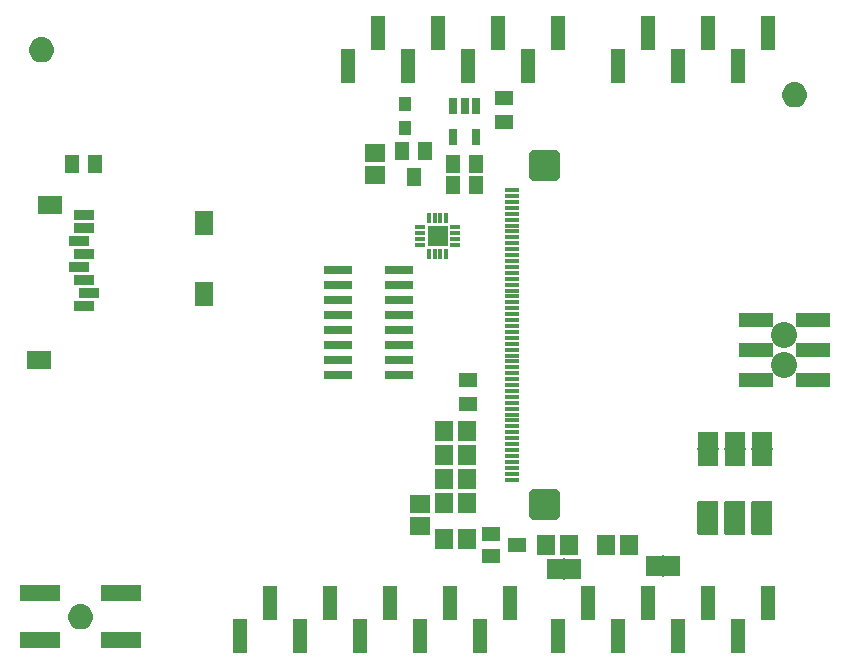
<source format=gbr>
G04 EAGLE Gerber RS-274X export*
G75*
%MOMM*%
%FSLAX34Y34*%
%LPD*%
%INSoldermask Top*%
%IPPOS*%
%AMOC8*
5,1,8,0,0,1.08239X$1,22.5*%
G01*
%ADD10R,2.103200X1.603200*%
%ADD11R,1.603200X2.003200*%
%ADD12R,1.703200X0.903200*%
%ADD13R,1.503200X1.703200*%
%ADD14R,1.603200X1.203200*%
%ADD15R,0.753200X1.403200*%
%ADD16R,1.303200X1.603200*%
%ADD17R,1.603200X1.303200*%
%ADD18R,1.371600X1.803400*%
%ADD19R,0.152400X1.828800*%
%ADD20R,1.203200X1.603200*%
%ADD21R,1.219200X2.997200*%
%ADD22R,2.997200X1.219200*%
%ADD23C,2.203200*%
%ADD24C,0.806991*%
%ADD25R,1.300000X0.300000*%
%ADD26R,1.703200X1.503200*%
%ADD27R,1.003200X1.203200*%
%ADD28R,1.703200X1.703200*%
%ADD29R,0.350000X0.880000*%
%ADD30R,0.880000X0.350000*%
%ADD31R,2.403200X0.803200*%
%ADD32R,1.803400X1.371600*%
%ADD33R,1.828800X0.152400*%
%ADD34R,0.406400X0.838200*%
%ADD35R,3.403200X1.403200*%

G36*
X597018Y102886D02*
X597018Y102886D01*
X597137Y102893D01*
X597175Y102906D01*
X597216Y102911D01*
X597326Y102954D01*
X597439Y102991D01*
X597474Y103013D01*
X597511Y103028D01*
X597607Y103098D01*
X597708Y103161D01*
X597736Y103191D01*
X597769Y103214D01*
X597845Y103306D01*
X597926Y103393D01*
X597946Y103428D01*
X597971Y103459D01*
X598022Y103567D01*
X598080Y103671D01*
X598090Y103711D01*
X598107Y103747D01*
X598129Y103864D01*
X598159Y103979D01*
X598163Y104040D01*
X598167Y104060D01*
X598165Y104080D01*
X598169Y104140D01*
X598169Y129540D01*
X598154Y129658D01*
X598147Y129777D01*
X598134Y129815D01*
X598129Y129856D01*
X598086Y129966D01*
X598049Y130079D01*
X598027Y130114D01*
X598012Y130151D01*
X597943Y130247D01*
X597879Y130348D01*
X597849Y130376D01*
X597826Y130409D01*
X597734Y130485D01*
X597647Y130566D01*
X597612Y130586D01*
X597581Y130611D01*
X597473Y130662D01*
X597369Y130720D01*
X597329Y130730D01*
X597293Y130747D01*
X597176Y130769D01*
X597061Y130799D01*
X597001Y130803D01*
X596981Y130807D01*
X596960Y130805D01*
X596900Y130809D01*
X581660Y130809D01*
X581542Y130794D01*
X581423Y130787D01*
X581385Y130774D01*
X581344Y130769D01*
X581234Y130726D01*
X581121Y130689D01*
X581086Y130667D01*
X581049Y130652D01*
X580953Y130583D01*
X580852Y130519D01*
X580824Y130489D01*
X580791Y130466D01*
X580716Y130374D01*
X580634Y130287D01*
X580614Y130252D01*
X580589Y130221D01*
X580538Y130113D01*
X580480Y130009D01*
X580470Y129969D01*
X580453Y129933D01*
X580431Y129816D01*
X580401Y129701D01*
X580397Y129641D01*
X580393Y129621D01*
X580394Y129609D01*
X580393Y129606D01*
X580394Y129593D01*
X580391Y129540D01*
X580391Y104140D01*
X580406Y104022D01*
X580413Y103903D01*
X580426Y103865D01*
X580431Y103824D01*
X580474Y103714D01*
X580511Y103601D01*
X580533Y103566D01*
X580548Y103529D01*
X580618Y103433D01*
X580681Y103332D01*
X580711Y103304D01*
X580734Y103271D01*
X580826Y103196D01*
X580913Y103114D01*
X580948Y103094D01*
X580979Y103069D01*
X581087Y103018D01*
X581191Y102960D01*
X581231Y102950D01*
X581267Y102933D01*
X581384Y102911D01*
X581499Y102881D01*
X581560Y102877D01*
X581580Y102873D01*
X581600Y102875D01*
X581660Y102871D01*
X596900Y102871D01*
X597018Y102886D01*
G37*
G36*
X619878Y102886D02*
X619878Y102886D01*
X619997Y102893D01*
X620035Y102906D01*
X620076Y102911D01*
X620186Y102954D01*
X620299Y102991D01*
X620334Y103013D01*
X620371Y103028D01*
X620467Y103098D01*
X620568Y103161D01*
X620596Y103191D01*
X620629Y103214D01*
X620705Y103306D01*
X620786Y103393D01*
X620806Y103428D01*
X620831Y103459D01*
X620882Y103567D01*
X620940Y103671D01*
X620950Y103711D01*
X620967Y103747D01*
X620989Y103864D01*
X621019Y103979D01*
X621023Y104040D01*
X621027Y104060D01*
X621025Y104080D01*
X621029Y104140D01*
X621029Y129540D01*
X621014Y129658D01*
X621007Y129777D01*
X620994Y129815D01*
X620989Y129856D01*
X620946Y129966D01*
X620909Y130079D01*
X620887Y130114D01*
X620872Y130151D01*
X620803Y130247D01*
X620739Y130348D01*
X620709Y130376D01*
X620686Y130409D01*
X620594Y130485D01*
X620507Y130566D01*
X620472Y130586D01*
X620441Y130611D01*
X620333Y130662D01*
X620229Y130720D01*
X620189Y130730D01*
X620153Y130747D01*
X620036Y130769D01*
X619921Y130799D01*
X619861Y130803D01*
X619841Y130807D01*
X619820Y130805D01*
X619760Y130809D01*
X604520Y130809D01*
X604402Y130794D01*
X604283Y130787D01*
X604245Y130774D01*
X604204Y130769D01*
X604094Y130726D01*
X603981Y130689D01*
X603946Y130667D01*
X603909Y130652D01*
X603813Y130583D01*
X603712Y130519D01*
X603684Y130489D01*
X603651Y130466D01*
X603576Y130374D01*
X603494Y130287D01*
X603474Y130252D01*
X603449Y130221D01*
X603398Y130113D01*
X603340Y130009D01*
X603330Y129969D01*
X603313Y129933D01*
X603291Y129816D01*
X603261Y129701D01*
X603257Y129641D01*
X603253Y129621D01*
X603254Y129609D01*
X603253Y129606D01*
X603254Y129593D01*
X603251Y129540D01*
X603251Y104140D01*
X603266Y104022D01*
X603273Y103903D01*
X603286Y103865D01*
X603291Y103824D01*
X603334Y103714D01*
X603371Y103601D01*
X603393Y103566D01*
X603408Y103529D01*
X603478Y103433D01*
X603541Y103332D01*
X603571Y103304D01*
X603594Y103271D01*
X603686Y103196D01*
X603773Y103114D01*
X603808Y103094D01*
X603839Y103069D01*
X603947Y103018D01*
X604051Y102960D01*
X604091Y102950D01*
X604127Y102933D01*
X604244Y102911D01*
X604359Y102881D01*
X604420Y102877D01*
X604440Y102873D01*
X604460Y102875D01*
X604520Y102871D01*
X619760Y102871D01*
X619878Y102886D01*
G37*
G36*
X642738Y102886D02*
X642738Y102886D01*
X642857Y102893D01*
X642895Y102906D01*
X642936Y102911D01*
X643046Y102954D01*
X643159Y102991D01*
X643194Y103013D01*
X643231Y103028D01*
X643327Y103098D01*
X643428Y103161D01*
X643456Y103191D01*
X643489Y103214D01*
X643565Y103306D01*
X643646Y103393D01*
X643666Y103428D01*
X643691Y103459D01*
X643742Y103567D01*
X643800Y103671D01*
X643810Y103711D01*
X643827Y103747D01*
X643849Y103864D01*
X643879Y103979D01*
X643883Y104040D01*
X643887Y104060D01*
X643885Y104080D01*
X643889Y104140D01*
X643889Y129540D01*
X643874Y129658D01*
X643867Y129777D01*
X643854Y129815D01*
X643849Y129856D01*
X643806Y129966D01*
X643769Y130079D01*
X643747Y130114D01*
X643732Y130151D01*
X643663Y130247D01*
X643599Y130348D01*
X643569Y130376D01*
X643546Y130409D01*
X643454Y130485D01*
X643367Y130566D01*
X643332Y130586D01*
X643301Y130611D01*
X643193Y130662D01*
X643089Y130720D01*
X643049Y130730D01*
X643013Y130747D01*
X642896Y130769D01*
X642781Y130799D01*
X642721Y130803D01*
X642701Y130807D01*
X642680Y130805D01*
X642620Y130809D01*
X627380Y130809D01*
X627262Y130794D01*
X627143Y130787D01*
X627105Y130774D01*
X627064Y130769D01*
X626954Y130726D01*
X626841Y130689D01*
X626806Y130667D01*
X626769Y130652D01*
X626673Y130583D01*
X626572Y130519D01*
X626544Y130489D01*
X626511Y130466D01*
X626436Y130374D01*
X626354Y130287D01*
X626334Y130252D01*
X626309Y130221D01*
X626258Y130113D01*
X626200Y130009D01*
X626190Y129969D01*
X626173Y129933D01*
X626151Y129816D01*
X626121Y129701D01*
X626117Y129641D01*
X626113Y129621D01*
X626114Y129609D01*
X626113Y129606D01*
X626114Y129593D01*
X626111Y129540D01*
X626111Y104140D01*
X626126Y104022D01*
X626133Y103903D01*
X626146Y103865D01*
X626151Y103824D01*
X626194Y103714D01*
X626231Y103601D01*
X626253Y103566D01*
X626268Y103529D01*
X626338Y103433D01*
X626401Y103332D01*
X626431Y103304D01*
X626454Y103271D01*
X626546Y103196D01*
X626633Y103114D01*
X626668Y103094D01*
X626699Y103069D01*
X626807Y103018D01*
X626911Y102960D01*
X626951Y102950D01*
X626987Y102933D01*
X627104Y102911D01*
X627219Y102881D01*
X627280Y102877D01*
X627300Y102873D01*
X627320Y102875D01*
X627380Y102871D01*
X642620Y102871D01*
X642738Y102886D01*
G37*
G36*
X27192Y502600D02*
X27192Y502600D01*
X27235Y502612D01*
X27301Y502619D01*
X28984Y503070D01*
X29025Y503089D01*
X29088Y503108D01*
X30668Y503845D01*
X30705Y503871D01*
X30764Y503900D01*
X32192Y504900D01*
X32223Y504932D01*
X32276Y504971D01*
X33509Y506204D01*
X33534Y506240D01*
X33580Y506288D01*
X34580Y507716D01*
X34598Y507757D01*
X34635Y507812D01*
X35372Y509392D01*
X35383Y509435D01*
X35410Y509496D01*
X35861Y511179D01*
X35863Y511211D01*
X35870Y511232D01*
X35870Y511247D01*
X35880Y511288D01*
X36032Y513025D01*
X36028Y513069D01*
X36032Y513135D01*
X35880Y514872D01*
X35868Y514915D01*
X35861Y514981D01*
X35410Y516664D01*
X35391Y516705D01*
X35372Y516768D01*
X34635Y518348D01*
X34609Y518385D01*
X34580Y518444D01*
X33580Y519872D01*
X33548Y519903D01*
X33509Y519956D01*
X32276Y521189D01*
X32240Y521214D01*
X32192Y521260D01*
X30764Y522260D01*
X30723Y522278D01*
X30668Y522315D01*
X29088Y523052D01*
X29045Y523063D01*
X28984Y523090D01*
X27301Y523541D01*
X27256Y523544D01*
X27192Y523560D01*
X25455Y523712D01*
X25411Y523708D01*
X25345Y523712D01*
X23608Y523560D01*
X23565Y523548D01*
X23499Y523541D01*
X21816Y523090D01*
X21775Y523071D01*
X21712Y523052D01*
X20132Y522315D01*
X20095Y522289D01*
X20036Y522260D01*
X18608Y521260D01*
X18577Y521228D01*
X18524Y521189D01*
X17291Y519956D01*
X17266Y519920D01*
X17220Y519872D01*
X16220Y518444D01*
X16202Y518403D01*
X16165Y518348D01*
X15428Y516768D01*
X15417Y516725D01*
X15390Y516664D01*
X14939Y514981D01*
X14936Y514936D01*
X14920Y514872D01*
X14768Y513135D01*
X14772Y513091D01*
X14768Y513025D01*
X14920Y511288D01*
X14932Y511245D01*
X14936Y511211D01*
X14936Y511195D01*
X14938Y511190D01*
X14939Y511179D01*
X15390Y509496D01*
X15409Y509455D01*
X15428Y509392D01*
X16165Y507812D01*
X16191Y507775D01*
X16220Y507716D01*
X17220Y506288D01*
X17252Y506257D01*
X17291Y506204D01*
X18524Y504971D01*
X18560Y504946D01*
X18608Y504900D01*
X20036Y503900D01*
X20077Y503882D01*
X20132Y503845D01*
X21712Y503108D01*
X21755Y503097D01*
X21816Y503070D01*
X23499Y502619D01*
X23544Y502616D01*
X23608Y502600D01*
X25345Y502448D01*
X25389Y502452D01*
X25455Y502448D01*
X27192Y502600D01*
G37*
G36*
X664732Y464500D02*
X664732Y464500D01*
X664775Y464512D01*
X664841Y464519D01*
X666524Y464970D01*
X666565Y464989D01*
X666628Y465008D01*
X668208Y465745D01*
X668245Y465771D01*
X668304Y465800D01*
X669732Y466800D01*
X669763Y466832D01*
X669816Y466871D01*
X671049Y468104D01*
X671074Y468140D01*
X671120Y468188D01*
X672120Y469616D01*
X672138Y469657D01*
X672175Y469712D01*
X672912Y471292D01*
X672923Y471335D01*
X672950Y471396D01*
X673401Y473079D01*
X673403Y473111D01*
X673410Y473132D01*
X673410Y473147D01*
X673420Y473188D01*
X673572Y474925D01*
X673568Y474969D01*
X673572Y475035D01*
X673420Y476772D01*
X673408Y476815D01*
X673401Y476881D01*
X672950Y478564D01*
X672931Y478605D01*
X672912Y478668D01*
X672175Y480248D01*
X672149Y480285D01*
X672120Y480344D01*
X671120Y481772D01*
X671088Y481803D01*
X671049Y481856D01*
X669816Y483089D01*
X669780Y483114D01*
X669732Y483160D01*
X668304Y484160D01*
X668263Y484178D01*
X668208Y484215D01*
X666628Y484952D01*
X666585Y484963D01*
X666524Y484990D01*
X664841Y485441D01*
X664796Y485444D01*
X664732Y485460D01*
X662995Y485612D01*
X662951Y485608D01*
X662885Y485612D01*
X661148Y485460D01*
X661105Y485448D01*
X661039Y485441D01*
X659356Y484990D01*
X659315Y484971D01*
X659252Y484952D01*
X657672Y484215D01*
X657635Y484189D01*
X657576Y484160D01*
X656148Y483160D01*
X656117Y483128D01*
X656064Y483089D01*
X654831Y481856D01*
X654806Y481820D01*
X654760Y481772D01*
X653760Y480344D01*
X653742Y480303D01*
X653705Y480248D01*
X652968Y478668D01*
X652957Y478625D01*
X652930Y478564D01*
X652479Y476881D01*
X652476Y476836D01*
X652460Y476772D01*
X652308Y475035D01*
X652312Y474991D01*
X652308Y474925D01*
X652460Y473188D01*
X652472Y473145D01*
X652476Y473111D01*
X652476Y473095D01*
X652478Y473090D01*
X652479Y473079D01*
X652930Y471396D01*
X652949Y471355D01*
X652968Y471292D01*
X653705Y469712D01*
X653731Y469675D01*
X653760Y469616D01*
X654760Y468188D01*
X654792Y468157D01*
X654831Y468104D01*
X656064Y466871D01*
X656100Y466846D01*
X656148Y466800D01*
X657576Y465800D01*
X657617Y465782D01*
X657672Y465745D01*
X659252Y465008D01*
X659295Y464997D01*
X659356Y464970D01*
X661039Y464519D01*
X661084Y464516D01*
X661148Y464500D01*
X662885Y464348D01*
X662929Y464352D01*
X662995Y464348D01*
X664732Y464500D01*
G37*
G36*
X60212Y22540D02*
X60212Y22540D01*
X60255Y22552D01*
X60321Y22559D01*
X62004Y23010D01*
X62045Y23029D01*
X62108Y23048D01*
X63688Y23785D01*
X63725Y23811D01*
X63784Y23840D01*
X65212Y24840D01*
X65243Y24872D01*
X65296Y24911D01*
X66529Y26144D01*
X66554Y26180D01*
X66600Y26228D01*
X67600Y27656D01*
X67618Y27697D01*
X67655Y27752D01*
X68392Y29332D01*
X68403Y29375D01*
X68430Y29436D01*
X68881Y31119D01*
X68883Y31151D01*
X68890Y31172D01*
X68890Y31187D01*
X68900Y31228D01*
X69052Y32965D01*
X69048Y33009D01*
X69052Y33075D01*
X68900Y34812D01*
X68888Y34855D01*
X68881Y34921D01*
X68430Y36604D01*
X68411Y36645D01*
X68392Y36708D01*
X67655Y38288D01*
X67629Y38325D01*
X67600Y38384D01*
X66600Y39812D01*
X66568Y39843D01*
X66529Y39896D01*
X65296Y41129D01*
X65260Y41154D01*
X65212Y41200D01*
X63784Y42200D01*
X63743Y42218D01*
X63688Y42255D01*
X62108Y42992D01*
X62065Y43003D01*
X62004Y43030D01*
X60321Y43481D01*
X60276Y43484D01*
X60212Y43500D01*
X58475Y43652D01*
X58431Y43648D01*
X58365Y43652D01*
X56628Y43500D01*
X56585Y43488D01*
X56519Y43481D01*
X54836Y43030D01*
X54795Y43011D01*
X54732Y42992D01*
X53152Y42255D01*
X53115Y42229D01*
X53056Y42200D01*
X51628Y41200D01*
X51597Y41168D01*
X51544Y41129D01*
X50311Y39896D01*
X50286Y39860D01*
X50240Y39812D01*
X49240Y38384D01*
X49222Y38343D01*
X49185Y38288D01*
X48448Y36708D01*
X48437Y36665D01*
X48410Y36604D01*
X47959Y34921D01*
X47956Y34876D01*
X47940Y34812D01*
X47788Y33075D01*
X47792Y33031D01*
X47788Y32965D01*
X47940Y31228D01*
X47952Y31185D01*
X47956Y31151D01*
X47956Y31135D01*
X47958Y31130D01*
X47959Y31119D01*
X48410Y29436D01*
X48429Y29395D01*
X48448Y29332D01*
X49185Y27752D01*
X49211Y27715D01*
X49240Y27656D01*
X50240Y26228D01*
X50272Y26197D01*
X50311Y26144D01*
X51544Y24911D01*
X51580Y24886D01*
X51628Y24840D01*
X53056Y23840D01*
X53097Y23822D01*
X53152Y23785D01*
X54732Y23048D01*
X54775Y23037D01*
X54836Y23010D01*
X56519Y22559D01*
X56564Y22556D01*
X56628Y22540D01*
X58365Y22388D01*
X58409Y22392D01*
X58475Y22388D01*
X60212Y22540D01*
G37*
D10*
X32240Y382080D03*
X23240Y250080D03*
D11*
X163240Y366080D03*
X163240Y306080D03*
D12*
X61240Y373080D03*
X61240Y362080D03*
X57240Y351080D03*
X61240Y340080D03*
X57240Y329080D03*
X61240Y318080D03*
X65240Y307080D03*
X61240Y296080D03*
D13*
X366420Y129540D03*
X385420Y129540D03*
X366420Y149860D03*
X385420Y149860D03*
X366420Y170180D03*
X385420Y170180D03*
X366420Y190500D03*
X385420Y190500D03*
D14*
X427560Y93980D03*
X405560Y84480D03*
X405560Y103480D03*
D13*
X366420Y99060D03*
X385420Y99060D03*
D15*
X393040Y465120D03*
X383540Y465120D03*
X374040Y465120D03*
X374040Y439120D03*
X393040Y439120D03*
D16*
X393540Y398780D03*
X373540Y398780D03*
D17*
X386080Y233520D03*
X386080Y213520D03*
D16*
X50960Y416560D03*
X70960Y416560D03*
X393540Y416560D03*
X373540Y416560D03*
D17*
X416560Y472280D03*
X416560Y452280D03*
D18*
X543560Y76200D03*
X558800Y76200D03*
D19*
X551180Y76200D03*
D20*
X340360Y405560D03*
X330860Y427560D03*
X349860Y427560D03*
D21*
X640080Y44450D03*
X614680Y16510D03*
X589280Y44450D03*
X563880Y16510D03*
X538480Y44450D03*
X513080Y16510D03*
X487680Y44450D03*
X462280Y16510D03*
X421640Y44450D03*
X396240Y16510D03*
X370840Y44450D03*
X345440Y16510D03*
X320040Y44450D03*
X294640Y16510D03*
X269240Y44450D03*
X243840Y16510D03*
X218440Y44450D03*
X193040Y16510D03*
X462280Y527050D03*
X436880Y499110D03*
X411480Y527050D03*
X386080Y499110D03*
X360680Y527050D03*
X335280Y499110D03*
X309880Y527050D03*
X284480Y499110D03*
X640080Y527050D03*
X614680Y499110D03*
X589280Y527050D03*
X563880Y499110D03*
X538480Y527050D03*
X513080Y499110D03*
D22*
X629920Y233680D03*
X629920Y259080D03*
X629920Y284480D03*
X678180Y284480D03*
X678180Y259080D03*
X678180Y233680D03*
D23*
X654050Y246380D03*
X654050Y271780D03*
D24*
X459921Y137261D02*
X459921Y119299D01*
X441959Y119299D01*
X441959Y137261D01*
X459921Y137261D01*
X459921Y126965D02*
X441959Y126965D01*
X441959Y134631D02*
X459921Y134631D01*
X459921Y406299D02*
X459921Y424261D01*
X459921Y406299D02*
X441959Y406299D01*
X441959Y424261D01*
X459921Y424261D01*
X459921Y413965D02*
X441959Y413965D01*
X441959Y421631D02*
X459921Y421631D01*
D25*
X424040Y394280D03*
X424040Y389280D03*
X424040Y384280D03*
X424040Y374280D03*
X424040Y379280D03*
X424040Y369280D03*
X424040Y364280D03*
X424040Y359280D03*
X424040Y354280D03*
X424040Y344280D03*
X424040Y349280D03*
X424040Y339280D03*
X424040Y334280D03*
X424040Y329280D03*
X424040Y324280D03*
X424040Y314280D03*
X424040Y319280D03*
X424040Y309280D03*
X424040Y304280D03*
X424040Y299280D03*
X424040Y294280D03*
X424040Y284280D03*
X424040Y289280D03*
X424040Y279280D03*
X424040Y274280D03*
X424040Y269280D03*
X424040Y264280D03*
X424040Y254280D03*
X424040Y259280D03*
X424040Y249280D03*
X424040Y244280D03*
X424040Y239280D03*
X424040Y234280D03*
X424040Y224280D03*
X424040Y229280D03*
X424040Y219280D03*
X424040Y214280D03*
X424040Y209280D03*
X424040Y204280D03*
X424040Y194280D03*
X424040Y199280D03*
X424040Y189280D03*
X424040Y184280D03*
X424040Y179280D03*
X424040Y174280D03*
X424040Y164280D03*
X424040Y169280D03*
X424040Y159280D03*
X424040Y154280D03*
X424040Y149280D03*
D26*
X307340Y426060D03*
X307340Y407060D03*
D27*
X332740Y447200D03*
X332740Y467200D03*
D28*
X360680Y355600D03*
D29*
X368180Y370600D03*
X363180Y370600D03*
X358180Y370600D03*
X353180Y370600D03*
D30*
X345680Y363100D03*
X345680Y358100D03*
X345680Y353100D03*
X345680Y348100D03*
D29*
X353180Y340600D03*
X358180Y340600D03*
X363180Y340600D03*
X368180Y340600D03*
D30*
X375680Y348100D03*
X375680Y353100D03*
X375680Y358100D03*
X375680Y363100D03*
D13*
X452780Y93980D03*
X471780Y93980D03*
X522580Y93980D03*
X503580Y93980D03*
D31*
X276260Y313690D03*
X328260Y288290D03*
X276260Y326390D03*
X276260Y300990D03*
X276260Y288290D03*
X328260Y300990D03*
X328260Y275590D03*
X328260Y262890D03*
X276260Y262890D03*
X328260Y237490D03*
X276260Y275590D03*
X276260Y250190D03*
X328260Y250190D03*
X276260Y237490D03*
X328260Y313690D03*
X328260Y326390D03*
D26*
X345440Y109880D03*
X345440Y128880D03*
D32*
X589280Y167640D03*
X589280Y182880D03*
D33*
X589280Y175260D03*
D32*
X635000Y167640D03*
X635000Y182880D03*
D33*
X635000Y175260D03*
D32*
X612140Y167640D03*
X612140Y182880D03*
D33*
X612140Y175260D03*
D32*
X635000Y109220D03*
X635000Y124460D03*
D34*
X635000Y116840D03*
D32*
X612140Y109220D03*
X612140Y124460D03*
D34*
X612140Y116840D03*
D32*
X589280Y109220D03*
X589280Y124460D03*
D34*
X589280Y116840D03*
D35*
X24420Y53020D03*
X92420Y53020D03*
X92420Y13020D03*
X24420Y13020D03*
D18*
X459740Y73660D03*
X474980Y73660D03*
D19*
X467360Y73660D03*
M02*

</source>
